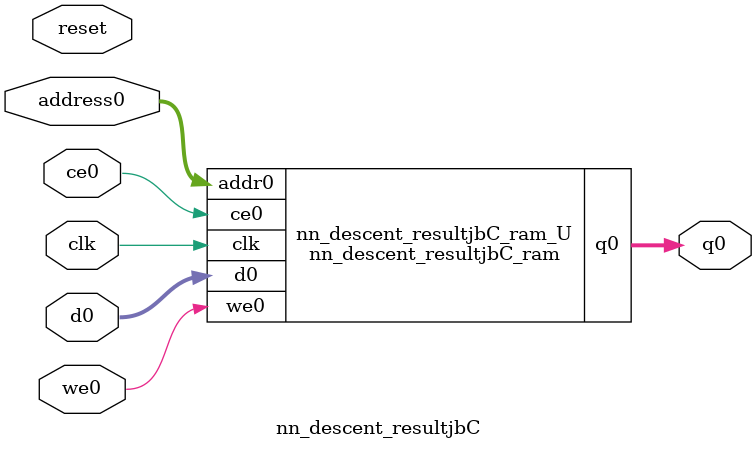
<source format=v>

`timescale 1 ns / 1 ps
module nn_descent_resultjbC_ram (addr0, ce0, d0, we0, q0,  clk);

parameter DWIDTH = 32;
parameter AWIDTH = 10;
parameter MEM_SIZE = 1000;

input[AWIDTH-1:0] addr0;
input ce0;
input[DWIDTH-1:0] d0;
input we0;
output reg[DWIDTH-1:0] q0;
input clk;

(* ram_style = "block" *)reg [DWIDTH-1:0] ram[0:MEM_SIZE-1];




always @(posedge clk)  
begin 
    if (ce0) 
    begin
        if (we0) 
        begin 
            ram[addr0] <= d0; 
            q0 <= d0;
        end 
        else 
            q0 <= ram[addr0];
    end
end


endmodule


`timescale 1 ns / 1 ps
module nn_descent_resultjbC(
    reset,
    clk,
    address0,
    ce0,
    we0,
    d0,
    q0);

parameter DataWidth = 32'd32;
parameter AddressRange = 32'd1000;
parameter AddressWidth = 32'd10;
input reset;
input clk;
input[AddressWidth - 1:0] address0;
input ce0;
input we0;
input[DataWidth - 1:0] d0;
output[DataWidth - 1:0] q0;



nn_descent_resultjbC_ram nn_descent_resultjbC_ram_U(
    .clk( clk ),
    .addr0( address0 ),
    .ce0( ce0 ),
    .d0( d0 ),
    .we0( we0 ),
    .q0( q0 ));

endmodule


</source>
